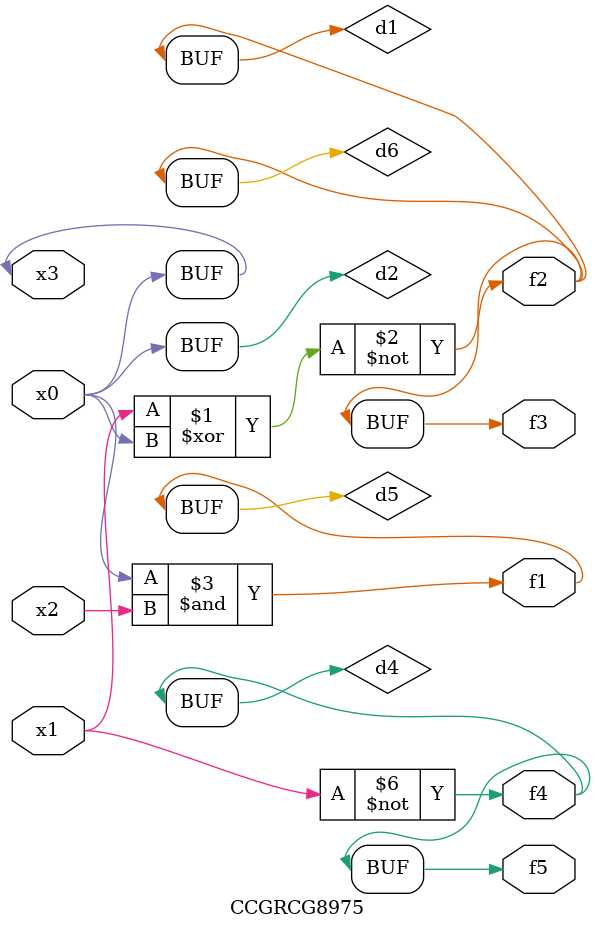
<source format=v>
module CCGRCG8975(
	input x0, x1, x2, x3,
	output f1, f2, f3, f4, f5
);

	wire d1, d2, d3, d4, d5, d6;

	xnor (d1, x1, x3);
	buf (d2, x0, x3);
	nand (d3, x0, x2);
	not (d4, x1);
	nand (d5, d3);
	or (d6, d1);
	assign f1 = d5;
	assign f2 = d6;
	assign f3 = d6;
	assign f4 = d4;
	assign f5 = d4;
endmodule

</source>
